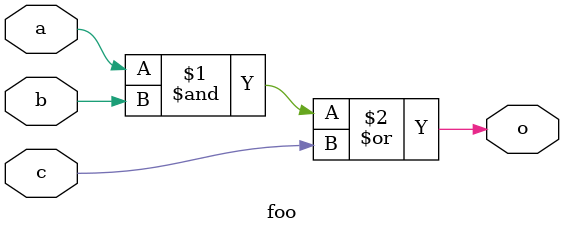
<source format=v>
module foo (
input a,
input b,
input c,
output o
);

assign o = (a & b) | c;

endmodule
</source>
